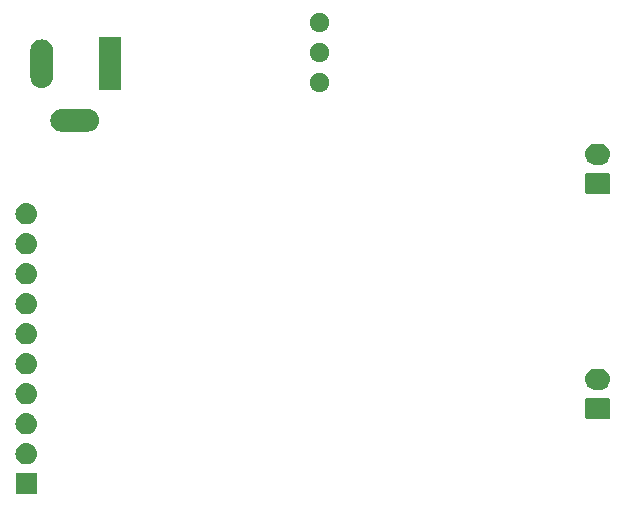
<source format=gbr>
G04 #@! TF.GenerationSoftware,KiCad,Pcbnew,(5.1.4)-1*
G04 #@! TF.CreationDate,2020-10-30T07:47:57-05:00*
G04 #@! TF.ProjectId,TAS5806M_Breakout_Hardware,54415335-3830-4364-9d5f-427265616b6f,rev?*
G04 #@! TF.SameCoordinates,Original*
G04 #@! TF.FileFunction,Soldermask,Bot*
G04 #@! TF.FilePolarity,Negative*
%FSLAX46Y46*%
G04 Gerber Fmt 4.6, Leading zero omitted, Abs format (unit mm)*
G04 Created by KiCad (PCBNEW (5.1.4)-1) date 2020-10-30 07:47:57*
%MOMM*%
%LPD*%
G04 APERTURE LIST*
%ADD10C,0.100000*%
G04 APERTURE END LIST*
D10*
G36*
X138061000Y-116471000D02*
G01*
X136259000Y-116471000D01*
X136259000Y-114669000D01*
X138061000Y-114669000D01*
X138061000Y-116471000D01*
X138061000Y-116471000D01*
G37*
G36*
X137270443Y-112135519D02*
G01*
X137336627Y-112142037D01*
X137506466Y-112193557D01*
X137662991Y-112277222D01*
X137698729Y-112306552D01*
X137800186Y-112389814D01*
X137883448Y-112491271D01*
X137912778Y-112527009D01*
X137996443Y-112683534D01*
X138047963Y-112853373D01*
X138065359Y-113030000D01*
X138047963Y-113206627D01*
X137996443Y-113376466D01*
X137912778Y-113532991D01*
X137883448Y-113568729D01*
X137800186Y-113670186D01*
X137698729Y-113753448D01*
X137662991Y-113782778D01*
X137506466Y-113866443D01*
X137336627Y-113917963D01*
X137270443Y-113924481D01*
X137204260Y-113931000D01*
X137115740Y-113931000D01*
X137049557Y-113924481D01*
X136983373Y-113917963D01*
X136813534Y-113866443D01*
X136657009Y-113782778D01*
X136621271Y-113753448D01*
X136519814Y-113670186D01*
X136436552Y-113568729D01*
X136407222Y-113532991D01*
X136323557Y-113376466D01*
X136272037Y-113206627D01*
X136254641Y-113030000D01*
X136272037Y-112853373D01*
X136323557Y-112683534D01*
X136407222Y-112527009D01*
X136436552Y-112491271D01*
X136519814Y-112389814D01*
X136621271Y-112306552D01*
X136657009Y-112277222D01*
X136813534Y-112193557D01*
X136983373Y-112142037D01*
X137049557Y-112135519D01*
X137115740Y-112129000D01*
X137204260Y-112129000D01*
X137270443Y-112135519D01*
X137270443Y-112135519D01*
G37*
G36*
X137270442Y-109595518D02*
G01*
X137336627Y-109602037D01*
X137506466Y-109653557D01*
X137662991Y-109737222D01*
X137698729Y-109766552D01*
X137800186Y-109849814D01*
X137847690Y-109907699D01*
X137912778Y-109987009D01*
X137912779Y-109987011D01*
X137981677Y-110115908D01*
X137996443Y-110143534D01*
X138047963Y-110313373D01*
X138065359Y-110490000D01*
X138047963Y-110666627D01*
X137996443Y-110836466D01*
X137912778Y-110992991D01*
X137883448Y-111028729D01*
X137800186Y-111130186D01*
X137698729Y-111213448D01*
X137662991Y-111242778D01*
X137506466Y-111326443D01*
X137336627Y-111377963D01*
X137270443Y-111384481D01*
X137204260Y-111391000D01*
X137115740Y-111391000D01*
X137049557Y-111384481D01*
X136983373Y-111377963D01*
X136813534Y-111326443D01*
X136657009Y-111242778D01*
X136621271Y-111213448D01*
X136519814Y-111130186D01*
X136436552Y-111028729D01*
X136407222Y-110992991D01*
X136323557Y-110836466D01*
X136272037Y-110666627D01*
X136254641Y-110490000D01*
X136272037Y-110313373D01*
X136323557Y-110143534D01*
X136338324Y-110115908D01*
X136407221Y-109987011D01*
X136407222Y-109987009D01*
X136472310Y-109907699D01*
X136519814Y-109849814D01*
X136621271Y-109766552D01*
X136657009Y-109737222D01*
X136813534Y-109653557D01*
X136983373Y-109602037D01*
X137049558Y-109595518D01*
X137115740Y-109589000D01*
X137204260Y-109589000D01*
X137270442Y-109595518D01*
X137270442Y-109595518D01*
G37*
G36*
X186455600Y-108322989D02*
G01*
X186488652Y-108333015D01*
X186519103Y-108349292D01*
X186545799Y-108371201D01*
X186567708Y-108397897D01*
X186583985Y-108428348D01*
X186594011Y-108461400D01*
X186598000Y-108501903D01*
X186598000Y-109938097D01*
X186594011Y-109978600D01*
X186583985Y-110011652D01*
X186567708Y-110042103D01*
X186545799Y-110068799D01*
X186519103Y-110090708D01*
X186488652Y-110106985D01*
X186455600Y-110117011D01*
X186415097Y-110121000D01*
X184678903Y-110121000D01*
X184638400Y-110117011D01*
X184605348Y-110106985D01*
X184574897Y-110090708D01*
X184548201Y-110068799D01*
X184526292Y-110042103D01*
X184510015Y-110011652D01*
X184499989Y-109978600D01*
X184496000Y-109938097D01*
X184496000Y-108501903D01*
X184499989Y-108461400D01*
X184510015Y-108428348D01*
X184526292Y-108397897D01*
X184548201Y-108371201D01*
X184574897Y-108349292D01*
X184605348Y-108333015D01*
X184638400Y-108322989D01*
X184678903Y-108319000D01*
X186415097Y-108319000D01*
X186455600Y-108322989D01*
X186455600Y-108322989D01*
G37*
G36*
X137270442Y-107055518D02*
G01*
X137336627Y-107062037D01*
X137506466Y-107113557D01*
X137662991Y-107197222D01*
X137694388Y-107222989D01*
X137800186Y-107309814D01*
X137883448Y-107411271D01*
X137912778Y-107447009D01*
X137996443Y-107603534D01*
X138047963Y-107773373D01*
X138065359Y-107950000D01*
X138047963Y-108126627D01*
X137996443Y-108296466D01*
X137996442Y-108296468D01*
X137976907Y-108333015D01*
X137912778Y-108452991D01*
X137888487Y-108482589D01*
X137800186Y-108590186D01*
X137698729Y-108673448D01*
X137662991Y-108702778D01*
X137506466Y-108786443D01*
X137336627Y-108837963D01*
X137270442Y-108844482D01*
X137204260Y-108851000D01*
X137115740Y-108851000D01*
X137049558Y-108844482D01*
X136983373Y-108837963D01*
X136813534Y-108786443D01*
X136657009Y-108702778D01*
X136621271Y-108673448D01*
X136519814Y-108590186D01*
X136431513Y-108482589D01*
X136407222Y-108452991D01*
X136343093Y-108333015D01*
X136323558Y-108296468D01*
X136323557Y-108296466D01*
X136272037Y-108126627D01*
X136254641Y-107950000D01*
X136272037Y-107773373D01*
X136323557Y-107603534D01*
X136407222Y-107447009D01*
X136436552Y-107411271D01*
X136519814Y-107309814D01*
X136625612Y-107222989D01*
X136657009Y-107197222D01*
X136813534Y-107113557D01*
X136983373Y-107062037D01*
X137049558Y-107055518D01*
X137115740Y-107049000D01*
X137204260Y-107049000D01*
X137270442Y-107055518D01*
X137270442Y-107055518D01*
G37*
G36*
X185807443Y-105825519D02*
G01*
X185873627Y-105832037D01*
X186043466Y-105883557D01*
X186199991Y-105967222D01*
X186235729Y-105996552D01*
X186337186Y-106079814D01*
X186420448Y-106181271D01*
X186449778Y-106217009D01*
X186533443Y-106373534D01*
X186584963Y-106543373D01*
X186602359Y-106720000D01*
X186584963Y-106896627D01*
X186533443Y-107066466D01*
X186449778Y-107222991D01*
X186420448Y-107258729D01*
X186337186Y-107360186D01*
X186235729Y-107443448D01*
X186199991Y-107472778D01*
X186043466Y-107556443D01*
X185873627Y-107607963D01*
X185807443Y-107614481D01*
X185741260Y-107621000D01*
X185352740Y-107621000D01*
X185286557Y-107614481D01*
X185220373Y-107607963D01*
X185050534Y-107556443D01*
X184894009Y-107472778D01*
X184858271Y-107443448D01*
X184756814Y-107360186D01*
X184673552Y-107258729D01*
X184644222Y-107222991D01*
X184560557Y-107066466D01*
X184509037Y-106896627D01*
X184491641Y-106720000D01*
X184509037Y-106543373D01*
X184560557Y-106373534D01*
X184644222Y-106217009D01*
X184673552Y-106181271D01*
X184756814Y-106079814D01*
X184858271Y-105996552D01*
X184894009Y-105967222D01*
X185050534Y-105883557D01*
X185220373Y-105832037D01*
X185286557Y-105825519D01*
X185352740Y-105819000D01*
X185741260Y-105819000D01*
X185807443Y-105825519D01*
X185807443Y-105825519D01*
G37*
G36*
X137270443Y-104515519D02*
G01*
X137336627Y-104522037D01*
X137506466Y-104573557D01*
X137662991Y-104657222D01*
X137698729Y-104686552D01*
X137800186Y-104769814D01*
X137883448Y-104871271D01*
X137912778Y-104907009D01*
X137996443Y-105063534D01*
X138047963Y-105233373D01*
X138065359Y-105410000D01*
X138047963Y-105586627D01*
X137996443Y-105756466D01*
X137912778Y-105912991D01*
X137883448Y-105948729D01*
X137800186Y-106050186D01*
X137698729Y-106133448D01*
X137662991Y-106162778D01*
X137506466Y-106246443D01*
X137336627Y-106297963D01*
X137270442Y-106304482D01*
X137204260Y-106311000D01*
X137115740Y-106311000D01*
X137049558Y-106304482D01*
X136983373Y-106297963D01*
X136813534Y-106246443D01*
X136657009Y-106162778D01*
X136621271Y-106133448D01*
X136519814Y-106050186D01*
X136436552Y-105948729D01*
X136407222Y-105912991D01*
X136323557Y-105756466D01*
X136272037Y-105586627D01*
X136254641Y-105410000D01*
X136272037Y-105233373D01*
X136323557Y-105063534D01*
X136407222Y-104907009D01*
X136436552Y-104871271D01*
X136519814Y-104769814D01*
X136621271Y-104686552D01*
X136657009Y-104657222D01*
X136813534Y-104573557D01*
X136983373Y-104522037D01*
X137049557Y-104515519D01*
X137115740Y-104509000D01*
X137204260Y-104509000D01*
X137270443Y-104515519D01*
X137270443Y-104515519D01*
G37*
G36*
X137270442Y-101975518D02*
G01*
X137336627Y-101982037D01*
X137506466Y-102033557D01*
X137662991Y-102117222D01*
X137698729Y-102146552D01*
X137800186Y-102229814D01*
X137883448Y-102331271D01*
X137912778Y-102367009D01*
X137996443Y-102523534D01*
X138047963Y-102693373D01*
X138065359Y-102870000D01*
X138047963Y-103046627D01*
X137996443Y-103216466D01*
X137912778Y-103372991D01*
X137883448Y-103408729D01*
X137800186Y-103510186D01*
X137698729Y-103593448D01*
X137662991Y-103622778D01*
X137506466Y-103706443D01*
X137336627Y-103757963D01*
X137270443Y-103764481D01*
X137204260Y-103771000D01*
X137115740Y-103771000D01*
X137049557Y-103764481D01*
X136983373Y-103757963D01*
X136813534Y-103706443D01*
X136657009Y-103622778D01*
X136621271Y-103593448D01*
X136519814Y-103510186D01*
X136436552Y-103408729D01*
X136407222Y-103372991D01*
X136323557Y-103216466D01*
X136272037Y-103046627D01*
X136254641Y-102870000D01*
X136272037Y-102693373D01*
X136323557Y-102523534D01*
X136407222Y-102367009D01*
X136436552Y-102331271D01*
X136519814Y-102229814D01*
X136621271Y-102146552D01*
X136657009Y-102117222D01*
X136813534Y-102033557D01*
X136983373Y-101982037D01*
X137049558Y-101975518D01*
X137115740Y-101969000D01*
X137204260Y-101969000D01*
X137270442Y-101975518D01*
X137270442Y-101975518D01*
G37*
G36*
X137270443Y-99435519D02*
G01*
X137336627Y-99442037D01*
X137506466Y-99493557D01*
X137662991Y-99577222D01*
X137698729Y-99606552D01*
X137800186Y-99689814D01*
X137883448Y-99791271D01*
X137912778Y-99827009D01*
X137996443Y-99983534D01*
X138047963Y-100153373D01*
X138065359Y-100330000D01*
X138047963Y-100506627D01*
X137996443Y-100676466D01*
X137912778Y-100832991D01*
X137883448Y-100868729D01*
X137800186Y-100970186D01*
X137698729Y-101053448D01*
X137662991Y-101082778D01*
X137506466Y-101166443D01*
X137336627Y-101217963D01*
X137270443Y-101224481D01*
X137204260Y-101231000D01*
X137115740Y-101231000D01*
X137049558Y-101224482D01*
X136983373Y-101217963D01*
X136813534Y-101166443D01*
X136657009Y-101082778D01*
X136621271Y-101053448D01*
X136519814Y-100970186D01*
X136436552Y-100868729D01*
X136407222Y-100832991D01*
X136323557Y-100676466D01*
X136272037Y-100506627D01*
X136254641Y-100330000D01*
X136272037Y-100153373D01*
X136323557Y-99983534D01*
X136407222Y-99827009D01*
X136436552Y-99791271D01*
X136519814Y-99689814D01*
X136621271Y-99606552D01*
X136657009Y-99577222D01*
X136813534Y-99493557D01*
X136983373Y-99442037D01*
X137049558Y-99435518D01*
X137115740Y-99429000D01*
X137204260Y-99429000D01*
X137270443Y-99435519D01*
X137270443Y-99435519D01*
G37*
G36*
X137270442Y-96895518D02*
G01*
X137336627Y-96902037D01*
X137506466Y-96953557D01*
X137662991Y-97037222D01*
X137698729Y-97066552D01*
X137800186Y-97149814D01*
X137883448Y-97251271D01*
X137912778Y-97287009D01*
X137996443Y-97443534D01*
X138047963Y-97613373D01*
X138065359Y-97790000D01*
X138047963Y-97966627D01*
X137996443Y-98136466D01*
X137912778Y-98292991D01*
X137883448Y-98328729D01*
X137800186Y-98430186D01*
X137698729Y-98513448D01*
X137662991Y-98542778D01*
X137506466Y-98626443D01*
X137336627Y-98677963D01*
X137270442Y-98684482D01*
X137204260Y-98691000D01*
X137115740Y-98691000D01*
X137049558Y-98684482D01*
X136983373Y-98677963D01*
X136813534Y-98626443D01*
X136657009Y-98542778D01*
X136621271Y-98513448D01*
X136519814Y-98430186D01*
X136436552Y-98328729D01*
X136407222Y-98292991D01*
X136323557Y-98136466D01*
X136272037Y-97966627D01*
X136254641Y-97790000D01*
X136272037Y-97613373D01*
X136323557Y-97443534D01*
X136407222Y-97287009D01*
X136436552Y-97251271D01*
X136519814Y-97149814D01*
X136621271Y-97066552D01*
X136657009Y-97037222D01*
X136813534Y-96953557D01*
X136983373Y-96902037D01*
X137049558Y-96895518D01*
X137115740Y-96889000D01*
X137204260Y-96889000D01*
X137270442Y-96895518D01*
X137270442Y-96895518D01*
G37*
G36*
X137270442Y-94355518D02*
G01*
X137336627Y-94362037D01*
X137506466Y-94413557D01*
X137662991Y-94497222D01*
X137698729Y-94526552D01*
X137800186Y-94609814D01*
X137883448Y-94711271D01*
X137912778Y-94747009D01*
X137996443Y-94903534D01*
X138047963Y-95073373D01*
X138065359Y-95250000D01*
X138047963Y-95426627D01*
X137996443Y-95596466D01*
X137912778Y-95752991D01*
X137883448Y-95788729D01*
X137800186Y-95890186D01*
X137698729Y-95973448D01*
X137662991Y-96002778D01*
X137506466Y-96086443D01*
X137336627Y-96137963D01*
X137270443Y-96144481D01*
X137204260Y-96151000D01*
X137115740Y-96151000D01*
X137049558Y-96144482D01*
X136983373Y-96137963D01*
X136813534Y-96086443D01*
X136657009Y-96002778D01*
X136621271Y-95973448D01*
X136519814Y-95890186D01*
X136436552Y-95788729D01*
X136407222Y-95752991D01*
X136323557Y-95596466D01*
X136272037Y-95426627D01*
X136254641Y-95250000D01*
X136272037Y-95073373D01*
X136323557Y-94903534D01*
X136407222Y-94747009D01*
X136436552Y-94711271D01*
X136519814Y-94609814D01*
X136621271Y-94526552D01*
X136657009Y-94497222D01*
X136813534Y-94413557D01*
X136983373Y-94362037D01*
X137049557Y-94355519D01*
X137115740Y-94349000D01*
X137204260Y-94349000D01*
X137270442Y-94355518D01*
X137270442Y-94355518D01*
G37*
G36*
X137270442Y-91815518D02*
G01*
X137336627Y-91822037D01*
X137506466Y-91873557D01*
X137662991Y-91957222D01*
X137698729Y-91986552D01*
X137800186Y-92069814D01*
X137883448Y-92171271D01*
X137912778Y-92207009D01*
X137996443Y-92363534D01*
X138047963Y-92533373D01*
X138065359Y-92710000D01*
X138047963Y-92886627D01*
X137996443Y-93056466D01*
X137912778Y-93212991D01*
X137883448Y-93248729D01*
X137800186Y-93350186D01*
X137698729Y-93433448D01*
X137662991Y-93462778D01*
X137506466Y-93546443D01*
X137336627Y-93597963D01*
X137270442Y-93604482D01*
X137204260Y-93611000D01*
X137115740Y-93611000D01*
X137049557Y-93604481D01*
X136983373Y-93597963D01*
X136813534Y-93546443D01*
X136657009Y-93462778D01*
X136621271Y-93433448D01*
X136519814Y-93350186D01*
X136436552Y-93248729D01*
X136407222Y-93212991D01*
X136323557Y-93056466D01*
X136272037Y-92886627D01*
X136254641Y-92710000D01*
X136272037Y-92533373D01*
X136323557Y-92363534D01*
X136407222Y-92207009D01*
X136436552Y-92171271D01*
X136519814Y-92069814D01*
X136621271Y-91986552D01*
X136657009Y-91957222D01*
X136813534Y-91873557D01*
X136983373Y-91822037D01*
X137049558Y-91815518D01*
X137115740Y-91809000D01*
X137204260Y-91809000D01*
X137270442Y-91815518D01*
X137270442Y-91815518D01*
G37*
G36*
X186455600Y-89272989D02*
G01*
X186488652Y-89283015D01*
X186519103Y-89299292D01*
X186545799Y-89321201D01*
X186567708Y-89347897D01*
X186583985Y-89378348D01*
X186594011Y-89411400D01*
X186598000Y-89451903D01*
X186598000Y-90888097D01*
X186594011Y-90928600D01*
X186583985Y-90961652D01*
X186567708Y-90992103D01*
X186545799Y-91018799D01*
X186519103Y-91040708D01*
X186488652Y-91056985D01*
X186455600Y-91067011D01*
X186415097Y-91071000D01*
X184678903Y-91071000D01*
X184638400Y-91067011D01*
X184605348Y-91056985D01*
X184574897Y-91040708D01*
X184548201Y-91018799D01*
X184526292Y-90992103D01*
X184510015Y-90961652D01*
X184499989Y-90928600D01*
X184496000Y-90888097D01*
X184496000Y-89451903D01*
X184499989Y-89411400D01*
X184510015Y-89378348D01*
X184526292Y-89347897D01*
X184548201Y-89321201D01*
X184574897Y-89299292D01*
X184605348Y-89283015D01*
X184638400Y-89272989D01*
X184678903Y-89269000D01*
X186415097Y-89269000D01*
X186455600Y-89272989D01*
X186455600Y-89272989D01*
G37*
G36*
X185807442Y-86775518D02*
G01*
X185873627Y-86782037D01*
X186043466Y-86833557D01*
X186199991Y-86917222D01*
X186235729Y-86946552D01*
X186337186Y-87029814D01*
X186420448Y-87131271D01*
X186449778Y-87167009D01*
X186533443Y-87323534D01*
X186584963Y-87493373D01*
X186602359Y-87670000D01*
X186584963Y-87846627D01*
X186533443Y-88016466D01*
X186449778Y-88172991D01*
X186420448Y-88208729D01*
X186337186Y-88310186D01*
X186235729Y-88393448D01*
X186199991Y-88422778D01*
X186043466Y-88506443D01*
X185873627Y-88557963D01*
X185807442Y-88564482D01*
X185741260Y-88571000D01*
X185352740Y-88571000D01*
X185286557Y-88564481D01*
X185220373Y-88557963D01*
X185050534Y-88506443D01*
X184894009Y-88422778D01*
X184858271Y-88393448D01*
X184756814Y-88310186D01*
X184673552Y-88208729D01*
X184644222Y-88172991D01*
X184560557Y-88016466D01*
X184509037Y-87846627D01*
X184491641Y-87670000D01*
X184509037Y-87493373D01*
X184560557Y-87323534D01*
X184644222Y-87167009D01*
X184673552Y-87131271D01*
X184756814Y-87029814D01*
X184858271Y-86946552D01*
X184894009Y-86917222D01*
X185050534Y-86833557D01*
X185220373Y-86782037D01*
X185286558Y-86775518D01*
X185352740Y-86769000D01*
X185741260Y-86769000D01*
X185807442Y-86775518D01*
X185807442Y-86775518D01*
G37*
G36*
X142558425Y-83872760D02*
G01*
X142558428Y-83872761D01*
X142558429Y-83872761D01*
X142737693Y-83927140D01*
X142737696Y-83927142D01*
X142737697Y-83927142D01*
X142902903Y-84015446D01*
X143047712Y-84134288D01*
X143166554Y-84279097D01*
X143254858Y-84444303D01*
X143254860Y-84444307D01*
X143309239Y-84623571D01*
X143309240Y-84623575D01*
X143327601Y-84810000D01*
X143309240Y-84996425D01*
X143309239Y-84996428D01*
X143309239Y-84996429D01*
X143254860Y-85175693D01*
X143254858Y-85175696D01*
X143254858Y-85175697D01*
X143166554Y-85340903D01*
X143047712Y-85485712D01*
X142902903Y-85604554D01*
X142737697Y-85692858D01*
X142737693Y-85692860D01*
X142558429Y-85747239D01*
X142558428Y-85747239D01*
X142558425Y-85747240D01*
X142418718Y-85761000D01*
X140125282Y-85761000D01*
X139985575Y-85747240D01*
X139985572Y-85747239D01*
X139985571Y-85747239D01*
X139806307Y-85692860D01*
X139806303Y-85692858D01*
X139641097Y-85604554D01*
X139496288Y-85485712D01*
X139377446Y-85340903D01*
X139289142Y-85175697D01*
X139289142Y-85175696D01*
X139289140Y-85175693D01*
X139234761Y-84996429D01*
X139234761Y-84996428D01*
X139234760Y-84996425D01*
X139216399Y-84810000D01*
X139234760Y-84623575D01*
X139234761Y-84623571D01*
X139289140Y-84444307D01*
X139289142Y-84444303D01*
X139377446Y-84279097D01*
X139496288Y-84134288D01*
X139641097Y-84015446D01*
X139806303Y-83927142D01*
X139806304Y-83927142D01*
X139806307Y-83927140D01*
X139985571Y-83872761D01*
X139985572Y-83872761D01*
X139985575Y-83872760D01*
X140125282Y-83859000D01*
X142418718Y-83859000D01*
X142558425Y-83872760D01*
X142558425Y-83872760D01*
G37*
G36*
X162225642Y-80815742D02*
G01*
X162373601Y-80877029D01*
X162506755Y-80965999D01*
X162620001Y-81079245D01*
X162708971Y-81212399D01*
X162770258Y-81360358D01*
X162801500Y-81517425D01*
X162801500Y-81677575D01*
X162770258Y-81834642D01*
X162708971Y-81982601D01*
X162620001Y-82115755D01*
X162506755Y-82229001D01*
X162373601Y-82317971D01*
X162225642Y-82379258D01*
X162068575Y-82410500D01*
X161908425Y-82410500D01*
X161751358Y-82379258D01*
X161603399Y-82317971D01*
X161470245Y-82229001D01*
X161356999Y-82115755D01*
X161268029Y-81982601D01*
X161206742Y-81834642D01*
X161175500Y-81677575D01*
X161175500Y-81517425D01*
X161206742Y-81360358D01*
X161268029Y-81212399D01*
X161356999Y-81079245D01*
X161470245Y-80965999D01*
X161603399Y-80877029D01*
X161751358Y-80815742D01*
X161908425Y-80784500D01*
X162068575Y-80784500D01*
X162225642Y-80815742D01*
X162225642Y-80815742D01*
G37*
G36*
X145223000Y-82261000D02*
G01*
X143321000Y-82261000D01*
X143321000Y-77759000D01*
X145223000Y-77759000D01*
X145223000Y-82261000D01*
X145223000Y-82261000D01*
G37*
G36*
X138658425Y-77972760D02*
G01*
X138658428Y-77972761D01*
X138658429Y-77972761D01*
X138837693Y-78027140D01*
X138837696Y-78027142D01*
X138837697Y-78027142D01*
X139002903Y-78115446D01*
X139147712Y-78234288D01*
X139266554Y-78379097D01*
X139352153Y-78539243D01*
X139354860Y-78544307D01*
X139393716Y-78672399D01*
X139409240Y-78723575D01*
X139423000Y-78863282D01*
X139423000Y-81156718D01*
X139409240Y-81296425D01*
X139409239Y-81296428D01*
X139409239Y-81296429D01*
X139354860Y-81475693D01*
X139354858Y-81475696D01*
X139354858Y-81475697D01*
X139266554Y-81640903D01*
X139147712Y-81785712D01*
X139002903Y-81904554D01*
X138837696Y-81992858D01*
X138837692Y-81992860D01*
X138658428Y-82047239D01*
X138658427Y-82047239D01*
X138658424Y-82047240D01*
X138472000Y-82065601D01*
X138285575Y-82047240D01*
X138285572Y-82047239D01*
X138285571Y-82047239D01*
X138106307Y-81992860D01*
X138106303Y-81992858D01*
X137941097Y-81904554D01*
X137796288Y-81785712D01*
X137677446Y-81640903D01*
X137589142Y-81475696D01*
X137589141Y-81475693D01*
X137589140Y-81475692D01*
X137534761Y-81296428D01*
X137534761Y-81296427D01*
X137534760Y-81296424D01*
X137521000Y-81156717D01*
X137521001Y-78863282D01*
X137534761Y-78723575D01*
X137550285Y-78672399D01*
X137589141Y-78544307D01*
X137591848Y-78539243D01*
X137677447Y-78379097D01*
X137796289Y-78234288D01*
X137941098Y-78115446D01*
X138106304Y-78027142D01*
X138106305Y-78027142D01*
X138106308Y-78027140D01*
X138285572Y-77972761D01*
X138285573Y-77972761D01*
X138285576Y-77972760D01*
X138472000Y-77954399D01*
X138658425Y-77972760D01*
X138658425Y-77972760D01*
G37*
G36*
X162225642Y-78275742D02*
G01*
X162373601Y-78337029D01*
X162506755Y-78425999D01*
X162620001Y-78539245D01*
X162708971Y-78672399D01*
X162770258Y-78820358D01*
X162801500Y-78977425D01*
X162801500Y-79137575D01*
X162770258Y-79294642D01*
X162708971Y-79442601D01*
X162620001Y-79575755D01*
X162506755Y-79689001D01*
X162373601Y-79777971D01*
X162225642Y-79839258D01*
X162068575Y-79870500D01*
X161908425Y-79870500D01*
X161751358Y-79839258D01*
X161603399Y-79777971D01*
X161470245Y-79689001D01*
X161356999Y-79575755D01*
X161268029Y-79442601D01*
X161206742Y-79294642D01*
X161175500Y-79137575D01*
X161175500Y-78977425D01*
X161206742Y-78820358D01*
X161268029Y-78672399D01*
X161356999Y-78539245D01*
X161470245Y-78425999D01*
X161603399Y-78337029D01*
X161751358Y-78275742D01*
X161908425Y-78244500D01*
X162068575Y-78244500D01*
X162225642Y-78275742D01*
X162225642Y-78275742D01*
G37*
G36*
X162225642Y-75735742D02*
G01*
X162373601Y-75797029D01*
X162506755Y-75885999D01*
X162620001Y-75999245D01*
X162708971Y-76132399D01*
X162770258Y-76280358D01*
X162801500Y-76437425D01*
X162801500Y-76597575D01*
X162770258Y-76754642D01*
X162708971Y-76902601D01*
X162620001Y-77035755D01*
X162506755Y-77149001D01*
X162373601Y-77237971D01*
X162225642Y-77299258D01*
X162068575Y-77330500D01*
X161908425Y-77330500D01*
X161751358Y-77299258D01*
X161603399Y-77237971D01*
X161470245Y-77149001D01*
X161356999Y-77035755D01*
X161268029Y-76902601D01*
X161206742Y-76754642D01*
X161175500Y-76597575D01*
X161175500Y-76437425D01*
X161206742Y-76280358D01*
X161268029Y-76132399D01*
X161356999Y-75999245D01*
X161470245Y-75885999D01*
X161603399Y-75797029D01*
X161751358Y-75735742D01*
X161908425Y-75704500D01*
X162068575Y-75704500D01*
X162225642Y-75735742D01*
X162225642Y-75735742D01*
G37*
M02*

</source>
